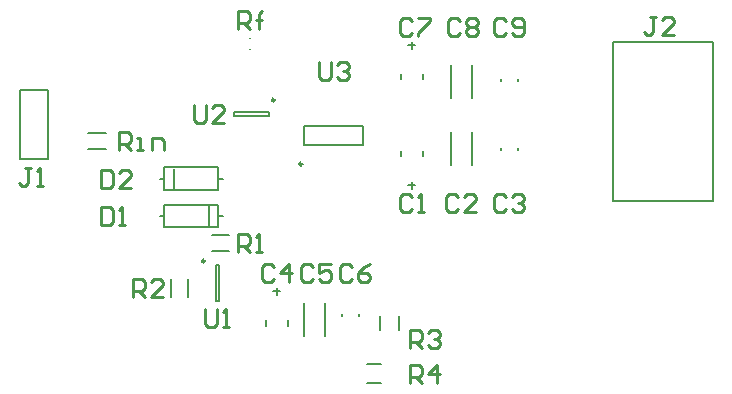
<source format=gto>
G04*
G04 #@! TF.GenerationSoftware,Altium Limited,Altium Designer,24.6.1 (21)*
G04*
G04 Layer_Color=65535*
%FSLAX44Y44*%
%MOMM*%
G71*
G04*
G04 #@! TF.SameCoordinates,4D0109AF-B27D-4A28-B854-C6E4DC42B7D3*
G04*
G04*
G04 #@! TF.FilePolarity,Positive*
G04*
G01*
G75*
%ADD10C,0.2500*%
%ADD11C,0.2000*%
%ADD12C,0.2540*%
D10*
X282640Y320610D02*
G03*
X282640Y320610I-1250J0D01*
G01*
X305940Y266330D02*
G03*
X305940Y266330I-1250J0D01*
G01*
X223500Y184210D02*
G03*
X223500Y184210I-1250J0D01*
G01*
D11*
X568920Y234960D02*
Y369560D01*
Y234960D02*
X654020D01*
Y369560D01*
X568920D02*
X654020D01*
X66690Y328920D02*
X90790D01*
Y270520D02*
Y328920D01*
X66690Y270520D02*
X90790D01*
X66690D02*
Y328920D01*
X398780Y364110D02*
Y370110D01*
X395780Y367110D02*
X401780D01*
X407780Y338110D02*
Y342610D01*
X389780Y338110D02*
Y342610D01*
X261370Y363800D02*
X261870D01*
X261370Y372800D02*
X261870D01*
X124718Y292612D02*
X139442D01*
X124718Y278888D02*
X139442D01*
X449751Y322489D02*
Y350611D01*
X431629Y322489D02*
Y350611D01*
X361051Y80650D02*
X373009D01*
X361051Y97150D02*
X373009D01*
X388041Y126101D02*
Y138059D01*
X371419Y126101D02*
Y138059D01*
X474080Y337070D02*
Y338570D01*
X488580Y337070D02*
Y338570D01*
X234860Y254000D02*
X238860D01*
X185260D02*
X189260D01*
X197060Y245450D02*
Y262550D01*
X189260Y244450D02*
Y263550D01*
Y244450D02*
X234860D01*
Y263550D01*
X189260D02*
X234860D01*
X277890Y307110D02*
Y310110D01*
X247890Y307110D02*
Y310110D01*
X277890D01*
X247890Y307110D02*
X277890D01*
X307740Y282830D02*
X357740D01*
X307740Y298830D02*
X357740D01*
X307740Y282830D02*
Y298830D01*
X357740Y282830D02*
Y298830D01*
X398780Y245540D02*
Y251540D01*
X395780Y248540D02*
X401780D01*
X389780Y273040D02*
Y277540D01*
X407780Y273040D02*
Y277540D01*
X431629Y265339D02*
Y293461D01*
X449751Y265339D02*
Y293461D01*
X488580Y278650D02*
Y280150D01*
X474080Y278650D02*
Y280150D01*
X284480Y155530D02*
Y161530D01*
X281480Y158530D02*
X287480D01*
X293480Y129530D02*
Y134030D01*
X275480Y129530D02*
Y134030D01*
X325291Y120559D02*
Y148681D01*
X307169Y120559D02*
Y148681D01*
X339460Y137680D02*
Y139180D01*
X353960Y137680D02*
Y139180D01*
X185260Y222250D02*
X189260D01*
X234860D02*
X238860D01*
X227060Y213700D02*
Y230800D01*
X234860Y212700D02*
Y231800D01*
X189260D02*
X234860D01*
X189260Y212700D02*
Y231800D01*
Y212700D02*
X234860D01*
X229578Y192528D02*
X244303D01*
X229578Y206252D02*
X244303D01*
X195068Y153928D02*
Y168652D01*
X208792Y153928D02*
Y168652D01*
X232750Y180710D02*
X235750D01*
X232750Y150710D02*
X235750D01*
X232750D02*
Y180710D01*
X235750Y150710D02*
Y180710D01*
D12*
X605791Y391157D02*
X600713D01*
X603252D01*
Y378462D01*
X600713Y375923D01*
X598173D01*
X595634Y378462D01*
X621026Y375923D02*
X610869D01*
X621026Y386079D01*
Y388618D01*
X618487Y391157D01*
X613408D01*
X610869Y388618D01*
X76200Y262887D02*
X71122D01*
X73661D01*
Y250192D01*
X71122Y247652D01*
X68583D01*
X66043Y250192D01*
X81278Y247652D02*
X86357D01*
X83818D01*
Y262887D01*
X81278Y260348D01*
X398781Y387348D02*
X396242Y389888D01*
X391163D01*
X388624Y387348D01*
Y377192D01*
X391163Y374652D01*
X396242D01*
X398781Y377192D01*
X403859Y389888D02*
X414016D01*
Y387348D01*
X403859Y377192D01*
Y374652D01*
X251463Y381003D02*
Y396237D01*
X259081D01*
X261620Y393698D01*
Y388620D01*
X259081Y386081D01*
X251463D01*
X256542D02*
X261620Y381003D01*
X269238D02*
Y393698D01*
Y388620D01*
X266698D01*
X271777D01*
X269238D01*
Y393698D01*
X271777Y396237D01*
X151136Y278132D02*
Y293368D01*
X158754D01*
X161293Y290828D01*
Y285750D01*
X158754Y283211D01*
X151136D01*
X156215D02*
X161293Y278132D01*
X166371D02*
X171450D01*
X168910D01*
Y288289D01*
X166371D01*
X179067Y278132D02*
Y288289D01*
X186685D01*
X189224Y285750D01*
Y278132D01*
X439421Y387348D02*
X436882Y389888D01*
X431803D01*
X429264Y387348D01*
Y377192D01*
X431803Y374652D01*
X436882D01*
X439421Y377192D01*
X444499Y387348D02*
X447038Y389888D01*
X452117D01*
X454656Y387348D01*
Y384809D01*
X452117Y382270D01*
X454656Y379731D01*
Y377192D01*
X452117Y374652D01*
X447038D01*
X444499Y377192D01*
Y379731D01*
X447038Y382270D01*
X444499Y384809D01*
Y387348D01*
X447038Y382270D02*
X452117D01*
X397514Y81283D02*
Y96517D01*
X405132D01*
X407671Y93978D01*
Y88900D01*
X405132Y86361D01*
X397514D01*
X402593D02*
X407671Y81283D01*
X420367D02*
Y96517D01*
X412749Y88900D01*
X422906D01*
X397514Y110492D02*
Y125728D01*
X405132D01*
X407671Y123188D01*
Y118110D01*
X405132Y115571D01*
X397514D01*
X402593D02*
X407671Y110492D01*
X412749Y123188D02*
X415288Y125728D01*
X420367D01*
X422906Y123188D01*
Y120649D01*
X420367Y118110D01*
X417827D01*
X420367D01*
X422906Y115571D01*
Y113032D01*
X420367Y110492D01*
X415288D01*
X412749Y113032D01*
X478791Y387348D02*
X476252Y389888D01*
X471173D01*
X468634Y387348D01*
Y377192D01*
X471173Y374652D01*
X476252D01*
X478791Y377192D01*
X483869D02*
X486408Y374652D01*
X491487D01*
X494026Y377192D01*
Y387348D01*
X491487Y389888D01*
X486408D01*
X483869Y387348D01*
Y384809D01*
X486408Y382270D01*
X494026D01*
X135894Y261618D02*
Y246383D01*
X143512D01*
X146051Y248922D01*
Y259078D01*
X143512Y261618D01*
X135894D01*
X161286Y246383D02*
X151129D01*
X161286Y256539D01*
Y259078D01*
X158747Y261618D01*
X153668D01*
X151129Y259078D01*
X214634Y316227D02*
Y303532D01*
X217173Y300993D01*
X222252D01*
X224791Y303532D01*
Y316227D01*
X240026Y300993D02*
X229869D01*
X240026Y311149D01*
Y313688D01*
X237487Y316227D01*
X232408D01*
X229869Y313688D01*
X320044Y353058D02*
Y340362D01*
X322583Y337822D01*
X327662D01*
X330201Y340362D01*
Y353058D01*
X335279Y350518D02*
X337818Y353058D01*
X342897D01*
X345436Y350518D01*
Y347979D01*
X342897Y345440D01*
X340358D01*
X342897D01*
X345436Y342901D01*
Y340362D01*
X342897Y337822D01*
X337818D01*
X335279Y340362D01*
X398780Y238758D02*
X396241Y241297D01*
X391162D01*
X388623Y238758D01*
Y228602D01*
X391162Y226063D01*
X396241D01*
X398780Y228602D01*
X403858Y226063D02*
X408937D01*
X406398D01*
Y241297D01*
X403858Y238758D01*
X438151D02*
X435612Y241297D01*
X430533D01*
X427994Y238758D01*
Y228602D01*
X430533Y226063D01*
X435612D01*
X438151Y228602D01*
X453386Y226063D02*
X443229D01*
X453386Y236219D01*
Y238758D01*
X450847Y241297D01*
X445768D01*
X443229Y238758D01*
X478791D02*
X476252Y241297D01*
X471173D01*
X468634Y238758D01*
Y228602D01*
X471173Y226063D01*
X476252D01*
X478791Y228602D01*
X483869Y238758D02*
X486408Y241297D01*
X491487D01*
X494026Y238758D01*
Y236219D01*
X491487Y233680D01*
X488947D01*
X491487D01*
X494026Y231141D01*
Y228602D01*
X491487Y226063D01*
X486408D01*
X483869Y228602D01*
X281941Y179068D02*
X279402Y181607D01*
X274323D01*
X271784Y179068D01*
Y168912D01*
X274323Y166373D01*
X279402D01*
X281941Y168912D01*
X294637Y166373D02*
Y181607D01*
X287019Y173990D01*
X297176D01*
X314961Y179068D02*
X312422Y181607D01*
X307343D01*
X304804Y179068D01*
Y168912D01*
X307343Y166373D01*
X312422D01*
X314961Y168912D01*
X330196Y181607D02*
X320039D01*
Y173990D01*
X325117Y176529D01*
X327657D01*
X330196Y173990D01*
Y168912D01*
X327657Y166373D01*
X322578D01*
X320039Y168912D01*
X347981Y179068D02*
X345442Y181607D01*
X340363D01*
X337824Y179068D01*
Y168912D01*
X340363Y166373D01*
X345442D01*
X347981Y168912D01*
X363216Y181607D02*
X358138Y179068D01*
X353059Y173990D01*
Y168912D01*
X355598Y166373D01*
X360677D01*
X363216Y168912D01*
Y171451D01*
X360677Y173990D01*
X353059D01*
X135893Y229867D02*
Y214632D01*
X143511D01*
X146050Y217172D01*
Y227328D01*
X143511Y229867D01*
X135893D01*
X151128Y214632D02*
X156207D01*
X153668D01*
Y229867D01*
X151128Y227328D01*
X251463Y191772D02*
Y207008D01*
X259081D01*
X261620Y204468D01*
Y199390D01*
X259081Y196851D01*
X251463D01*
X256542D02*
X261620Y191772D01*
X266698D02*
X271777D01*
X269238D01*
Y207008D01*
X266698Y204468D01*
X162564Y153673D02*
Y168908D01*
X170182D01*
X172721Y166368D01*
Y161290D01*
X170182Y158751D01*
X162564D01*
X167642D02*
X172721Y153673D01*
X187956D02*
X177799D01*
X187956Y163829D01*
Y166368D01*
X185417Y168908D01*
X180338D01*
X177799Y166368D01*
X223523Y143507D02*
Y130812D01*
X226063Y128272D01*
X231141D01*
X233680Y130812D01*
Y143507D01*
X238758Y128272D02*
X243837D01*
X241298D01*
Y143507D01*
X238758Y140968D01*
M02*

</source>
